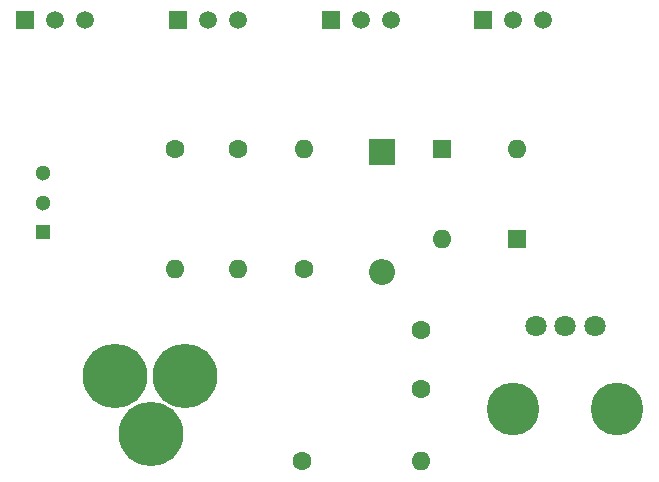
<source format=gbr>
%TF.GenerationSoftware,KiCad,Pcbnew,7.0.10*%
%TF.CreationDate,2024-03-14T19:30:55-04:00*%
%TF.ProjectId,Fan Speed Controller,46616e20-5370-4656-9564-20436f6e7472,rev?*%
%TF.SameCoordinates,Original*%
%TF.FileFunction,Soldermask,Bot*%
%TF.FilePolarity,Negative*%
%FSLAX46Y46*%
G04 Gerber Fmt 4.6, Leading zero omitted, Abs format (unit mm)*
G04 Created by KiCad (PCBNEW 7.0.10) date 2024-03-14 19:30:55*
%MOMM*%
%LPD*%
G01*
G04 APERTURE LIST*
%ADD10C,1.600000*%
%ADD11O,1.600000X1.600000*%
%ADD12C,1.800000*%
%ADD13C,4.460000*%
%ADD14C,5.460000*%
%ADD15C,1.300000*%
%ADD16R,1.300000X1.300000*%
%ADD17R,1.600000X1.600000*%
%ADD18R,1.500000X1.500000*%
%ADD19C,1.500000*%
%ADD20O,2.200000X2.200000*%
%ADD21R,2.200000X2.200000*%
G04 APERTURE END LIST*
D10*
%TO.C,R3*%
X65532000Y-54564000D03*
D11*
X65532000Y-44404000D03*
%TD*%
D10*
%TO.C,R2*%
X54610000Y-44404000D03*
D11*
X54610000Y-54564000D03*
%TD*%
D10*
%TO.C,R1*%
X59944000Y-44404000D03*
D11*
X59944000Y-54564000D03*
%TD*%
D10*
%TO.C,C1*%
X65438000Y-70866000D03*
D11*
X75438000Y-70866000D03*
%TD*%
D10*
%TO.C,C2*%
X75438000Y-59730000D03*
X75438000Y-64730000D03*
%TD*%
D12*
%TO.C,R4*%
X90170000Y-59436000D03*
X87670000Y-59436000D03*
X85170000Y-59436000D03*
D13*
X92070000Y-66436000D03*
X83270000Y-66436000D03*
%TD*%
D14*
%TO.C,J5*%
X55530000Y-63685000D03*
X52580000Y-68585000D03*
X49530000Y-63685000D03*
%TD*%
D15*
%TO.C,S1*%
X43434000Y-46482000D03*
X43434000Y-48982000D03*
D16*
X43434000Y-51482000D03*
%TD*%
D11*
%TO.C,D2*%
X83566000Y-44404000D03*
D17*
X83566000Y-52024000D03*
%TD*%
D18*
%TO.C,J2*%
X54862300Y-33528000D03*
D19*
X57402300Y-33528000D03*
X59942300Y-33528000D03*
%TD*%
%TO.C,J4*%
X85847000Y-33528000D03*
X83307000Y-33528000D03*
D18*
X80767000Y-33528000D03*
%TD*%
%TO.C,J1*%
X41910000Y-33528000D03*
D19*
X44450000Y-33528000D03*
X46990000Y-33528000D03*
%TD*%
D11*
%TO.C,D3*%
X77216000Y-52024000D03*
D17*
X77216000Y-44404000D03*
%TD*%
D18*
%TO.C,J3*%
X67814700Y-33528000D03*
D19*
X70354700Y-33528000D03*
X72894700Y-33528000D03*
%TD*%
D20*
%TO.C,D1*%
X72136000Y-54864000D03*
D21*
X72136000Y-44704000D03*
%TD*%
M02*

</source>
